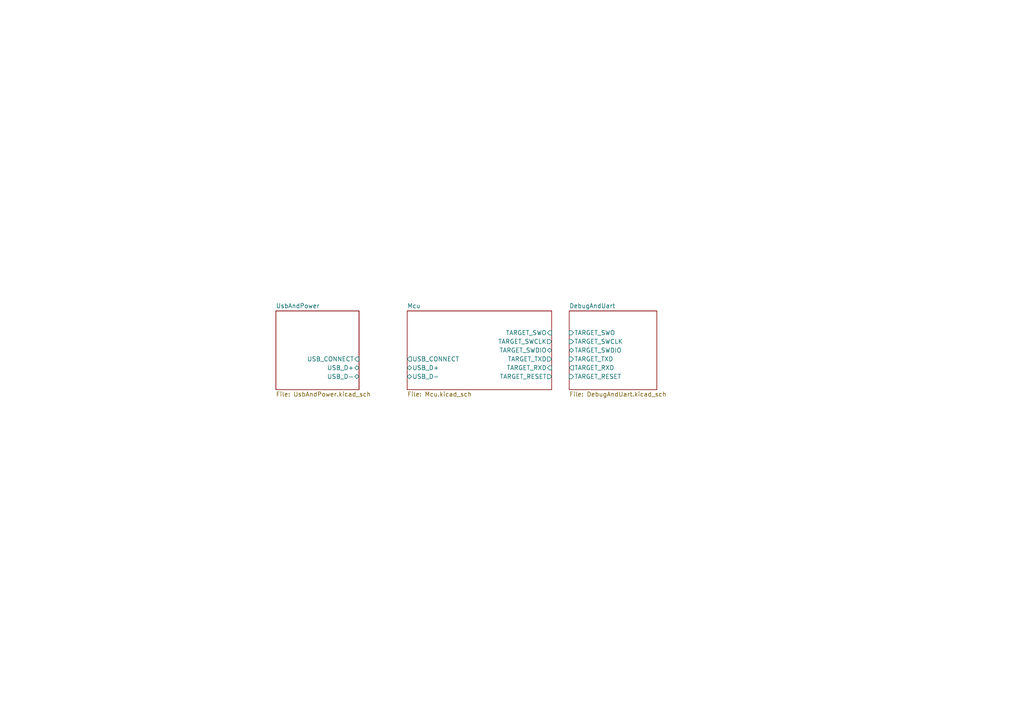
<source format=kicad_sch>
(kicad_sch
	(version 20231120)
	(generator "eeschema")
	(generator_version "8.0")
	(uuid "62d13f52-5b95-4b2e-9bc7-6f5f907932ec")
	(paper "A4")
	(title_block
		(title "DapLink_STM32F103CBT6")
		(date "2024-07-01")
		(company "roger225 Roger Jhang")
	)
	(lib_symbols)
	(sheet
		(at 80.01 90.17)
		(size 24.13 22.86)
		(fields_autoplaced yes)
		(stroke
			(width 0.1524)
			(type solid)
		)
		(fill
			(color 0 0 0 0.0000)
		)
		(uuid "a477e6ea-0fc3-4cc5-9f90-9fe3a9e18e1a")
		(property "Sheetname" "UsbAndPower"
			(at 80.01 89.4584 0)
			(effects
				(font
					(size 1.27 1.27)
				)
				(justify left bottom)
			)
		)
		(property "Sheetfile" "UsbAndPower.kicad_sch"
			(at 80.01 113.6146 0)
			(effects
				(font
					(size 1.27 1.27)
				)
				(justify left top)
			)
		)
		(pin "USB_CONNECT" input
			(at 104.14 104.14 0)
			(effects
				(font
					(size 1.27 1.27)
				)
				(justify right)
			)
			(uuid "b5a5e5b9-ca4b-4e93-98a8-7ed5aee260bc")
		)
		(pin "USB_D+" bidirectional
			(at 104.14 106.68 0)
			(effects
				(font
					(size 1.27 1.27)
				)
				(justify right)
			)
			(uuid "95525a2e-8a37-4629-b194-d3c0ad55d50b")
		)
		(pin "USB_D-" bidirectional
			(at 104.14 109.22 0)
			(effects
				(font
					(size 1.27 1.27)
				)
				(justify right)
			)
			(uuid "5ba21499-18df-41e8-9fad-cdd8662db867")
		)
		(instances
			(project "DapLink_STM32F103CBT6"
				(path "/62d13f52-5b95-4b2e-9bc7-6f5f907932ec"
					(page "5")
				)
			)
		)
	)
	(sheet
		(at 118.11 90.17)
		(size 41.91 22.86)
		(fields_autoplaced yes)
		(stroke
			(width 0.1524)
			(type solid)
		)
		(fill
			(color 0 0 0 0.0000)
		)
		(uuid "c5505282-deed-4b2e-81f9-216594ebbe5e")
		(property "Sheetname" "Mcu"
			(at 118.11 89.4584 0)
			(effects
				(font
					(size 1.27 1.27)
				)
				(justify left bottom)
			)
		)
		(property "Sheetfile" "Mcu.kicad_sch"
			(at 118.11 113.6146 0)
			(effects
				(font
					(size 1.27 1.27)
				)
				(justify left top)
			)
		)
		(pin "TARGET_SWCLK" output
			(at 160.02 99.06 0)
			(effects
				(font
					(size 1.27 1.27)
				)
				(justify right)
			)
			(uuid "98baa2f3-4c7e-4cfd-bff5-86432047b592")
		)
		(pin "TARGET_SWO" input
			(at 160.02 96.52 0)
			(effects
				(font
					(size 1.27 1.27)
				)
				(justify right)
			)
			(uuid "da8b13a1-b2b9-46c3-ad1f-074922b13ab1")
		)
		(pin "TARGET_SWDIO" bidirectional
			(at 160.02 101.6 0)
			(effects
				(font
					(size 1.27 1.27)
				)
				(justify right)
			)
			(uuid "b29fea2a-888f-41ff-a39b-ecc00d0778b0")
		)
		(pin "USB_CONNECT" output
			(at 118.11 104.14 180)
			(effects
				(font
					(size 1.27 1.27)
				)
				(justify left)
			)
			(uuid "7a641732-fd1a-4c14-a93d-10083d868b82")
		)
		(pin "TARGET_TXD" output
			(at 160.02 104.14 0)
			(effects
				(font
					(size 1.27 1.27)
				)
				(justify right)
			)
			(uuid "f77c6f8f-ecc8-4730-9a87-fd4323ef70cb")
		)
		(pin "TARGET_RXD" input
			(at 160.02 106.68 0)
			(effects
				(font
					(size 1.27 1.27)
				)
				(justify right)
			)
			(uuid "d74b41f1-1820-4a57-ba60-c587b82544bf")
		)
		(pin "USB_D-" bidirectional
			(at 118.11 109.22 180)
			(effects
				(font
					(size 1.27 1.27)
				)
				(justify left)
			)
			(uuid "0b1cf622-a359-4fa1-b408-3845f54c0399")
		)
		(pin "USB_D+" bidirectional
			(at 118.11 106.68 180)
			(effects
				(font
					(size 1.27 1.27)
				)
				(justify left)
			)
			(uuid "a9bec578-678c-469b-b233-f0fbece5785b")
		)
		(pin "TARGET_RESET" output
			(at 160.02 109.22 0)
			(effects
				(font
					(size 1.27 1.27)
				)
				(justify right)
			)
			(uuid "d6dc70db-d0e1-4a28-92e0-e741ac5b3b2d")
		)
		(instances
			(project "DapLink_STM32F103CBT6"
				(path "/62d13f52-5b95-4b2e-9bc7-6f5f907932ec"
					(page "4")
				)
			)
		)
	)
	(sheet
		(at 165.1 90.17)
		(size 25.4 22.86)
		(fields_autoplaced yes)
		(stroke
			(width 0.1524)
			(type solid)
		)
		(fill
			(color 0 0 0 0.0000)
		)
		(uuid "eb20876d-f6d4-40b4-9447-0949b56edc29")
		(property "Sheetname" "DebugAndUart"
			(at 165.1 89.4584 0)
			(effects
				(font
					(size 1.27 1.27)
				)
				(justify left bottom)
			)
		)
		(property "Sheetfile" "DebugAndUart.kicad_sch"
			(at 165.1 113.6146 0)
			(effects
				(font
					(size 1.27 1.27)
				)
				(justify left top)
			)
		)
		(pin "TARGET_TXD" input
			(at 165.1 104.14 180)
			(effects
				(font
					(size 1.27 1.27)
				)
				(justify left)
			)
			(uuid "cac14df0-b6f2-4a97-a6ff-4e16f6f38019")
		)
		(pin "TARGET_SWDIO" bidirectional
			(at 165.1 101.6 180)
			(effects
				(font
					(size 1.27 1.27)
				)
				(justify left)
			)
			(uuid "8f4c8d00-5437-4805-b38b-7a894a364248")
		)
		(pin "TARGET_RESET" input
			(at 165.1 109.22 180)
			(effects
				(font
					(size 1.27 1.27)
				)
				(justify left)
			)
			(uuid "74b52cc6-a280-4b63-89d8-73f8b732165a")
		)
		(pin "TARGET_SWO" input
			(at 165.1 96.52 180)
			(effects
				(font
					(size 1.27 1.27)
				)
				(justify left)
			)
			(uuid "4ef0f08b-1adf-40a6-96fd-38a4dec9ec96")
		)
		(pin "TARGET_RXD" output
			(at 165.1 106.68 180)
			(effects
				(font
					(size 1.27 1.27)
				)
				(justify left)
			)
			(uuid "5131adf8-13ac-4ee9-a573-5c3d875f8880")
		)
		(pin "TARGET_SWCLK" input
			(at 165.1 99.06 180)
			(effects
				(font
					(size 1.27 1.27)
				)
				(justify left)
			)
			(uuid "832b1a6a-2d9d-410e-86eb-6e31b0216f49")
		)
		(instances
			(project "DapLink_STM32F103CBT6"
				(path "/62d13f52-5b95-4b2e-9bc7-6f5f907932ec"
					(page "6")
				)
			)
		)
	)
	(sheet_instances
		(path "/"
			(page "1")
		)
	)
)

</source>
